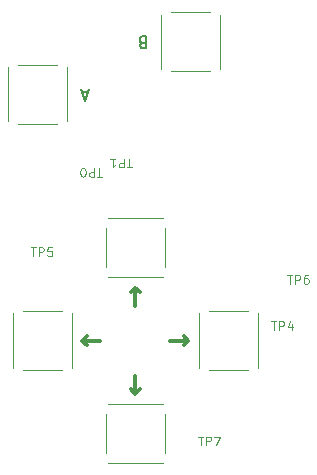
<source format=gto>
%TF.GenerationSoftware,KiCad,Pcbnew,(5.1.10)-1*%
%TF.CreationDate,2021-06-21T12:52:34-07:00*%
%TF.ProjectId,tactileAGB,74616374-696c-4654-9147-422e6b696361,1.0*%
%TF.SameCoordinates,Original*%
%TF.FileFunction,Legend,Top*%
%TF.FilePolarity,Positive*%
%FSLAX46Y46*%
G04 Gerber Fmt 4.6, Leading zero omitted, Abs format (unit mm)*
G04 Created by KiCad (PCBNEW (5.1.10)-1) date 2021-06-21 12:52:34*
%MOMM*%
%LPD*%
G01*
G04 APERTURE LIST*
%ADD10C,0.120000*%
%ADD11C,0.150000*%
%ADD12C,0.300000*%
%ADD13C,0.112500*%
G04 APERTURE END LIST*
D10*
%TO.C,A*%
X62932502Y-37849810D02*
X66232502Y-37849810D01*
X67082502Y-37649810D02*
X67082502Y-33049810D01*
X66232502Y-32849810D02*
X62932502Y-32849810D01*
X62082502Y-33049810D02*
X62082502Y-37649810D01*
%TO.C,B*%
X79165793Y-28414962D02*
X75865793Y-28414962D01*
X75015793Y-28614962D02*
X75015793Y-33214962D01*
X75865793Y-33414962D02*
X79165793Y-33414962D01*
X80015793Y-33214962D02*
X80015793Y-28614962D01*
%TO.C,\u2191*%
X70347007Y-62423175D02*
X70347007Y-65723175D01*
X70547007Y-66573175D02*
X75147007Y-66573175D01*
X75347007Y-65723175D02*
X75347007Y-62423175D01*
X75147007Y-61573175D02*
X70547007Y-61573175D01*
X66629507Y-53705675D02*
X63329507Y-53705675D01*
X62479507Y-53905675D02*
X62479507Y-58505675D01*
X63329507Y-58705675D02*
X66629507Y-58705675D01*
X67479507Y-58505675D02*
X67479507Y-53905675D01*
X79064507Y-58705675D02*
X82364507Y-58705675D01*
X83214507Y-58505675D02*
X83214507Y-53905675D01*
X82364507Y-53705675D02*
X79064507Y-53705675D01*
X78214507Y-53905675D02*
X78214507Y-58505675D01*
X75347007Y-49988175D02*
X75347007Y-46688175D01*
X75147007Y-45838175D02*
X70547007Y-45838175D01*
X70347007Y-46688175D02*
X70347007Y-49988175D01*
X70547007Y-50838175D02*
X75147007Y-50838175D01*
%TO.C,A*%
D11*
X68820597Y-35183143D02*
X68344406Y-35183143D01*
X68915835Y-34897429D02*
X68582502Y-35897429D01*
X68249168Y-34897429D01*
%TO.C,B*%
X73444364Y-30986390D02*
X73301507Y-30938771D01*
X73253888Y-30891152D01*
X73206269Y-30795914D01*
X73206269Y-30653057D01*
X73253888Y-30557819D01*
X73301507Y-30510200D01*
X73396745Y-30462581D01*
X73777697Y-30462581D01*
X73777697Y-31462581D01*
X73444364Y-31462581D01*
X73349126Y-31414962D01*
X73301507Y-31367342D01*
X73253888Y-31272104D01*
X73253888Y-31176866D01*
X73301507Y-31081628D01*
X73349126Y-31034009D01*
X73444364Y-30986390D01*
X73777697Y-30986390D01*
%TO.C,\u2191*%
D12*
X72847007Y-59168413D02*
X72847007Y-60692222D01*
X73227959Y-60311270D02*
X72847007Y-60692222D01*
X72466054Y-60311270D01*
X69884268Y-56205675D02*
X68360459Y-56205675D01*
X68741411Y-56586627D02*
X68360459Y-56205675D01*
X68741411Y-55824722D01*
X75809745Y-56205675D02*
X77333554Y-56205675D01*
X76952602Y-55824722D02*
X77333554Y-56205675D01*
X76952602Y-56586627D01*
%TO.C,TP0*%
D13*
X70016428Y-42340714D02*
X69587857Y-42340714D01*
X69802142Y-41590714D02*
X69802142Y-42340714D01*
X69337857Y-41590714D02*
X69337857Y-42340714D01*
X69052142Y-42340714D01*
X68980714Y-42305000D01*
X68945000Y-42269285D01*
X68909285Y-42197857D01*
X68909285Y-42090714D01*
X68945000Y-42019285D01*
X68980714Y-41983571D01*
X69052142Y-41947857D01*
X69337857Y-41947857D01*
X68445000Y-42340714D02*
X68373571Y-42340714D01*
X68302142Y-42305000D01*
X68266428Y-42269285D01*
X68230714Y-42197857D01*
X68195000Y-42055000D01*
X68195000Y-41876428D01*
X68230714Y-41733571D01*
X68266428Y-41662142D01*
X68302142Y-41626428D01*
X68373571Y-41590714D01*
X68445000Y-41590714D01*
X68516428Y-41626428D01*
X68552142Y-41662142D01*
X68587857Y-41733571D01*
X68623571Y-41876428D01*
X68623571Y-42055000D01*
X68587857Y-42197857D01*
X68552142Y-42269285D01*
X68516428Y-42305000D01*
X68445000Y-42340714D01*
%TO.C,TP1*%
X72546428Y-41550714D02*
X72117857Y-41550714D01*
X72332142Y-40800714D02*
X72332142Y-41550714D01*
X71867857Y-40800714D02*
X71867857Y-41550714D01*
X71582142Y-41550714D01*
X71510714Y-41515000D01*
X71475000Y-41479285D01*
X71439285Y-41407857D01*
X71439285Y-41300714D01*
X71475000Y-41229285D01*
X71510714Y-41193571D01*
X71582142Y-41157857D01*
X71867857Y-41157857D01*
X70725000Y-40800714D02*
X71153571Y-40800714D01*
X70939285Y-40800714D02*
X70939285Y-41550714D01*
X71010714Y-41443571D01*
X71082142Y-41372142D01*
X71153571Y-41336428D01*
%TO.C,TP4*%
X84343571Y-54569285D02*
X84772142Y-54569285D01*
X84557857Y-55319285D02*
X84557857Y-54569285D01*
X85022142Y-55319285D02*
X85022142Y-54569285D01*
X85307857Y-54569285D01*
X85379285Y-54605000D01*
X85415000Y-54640714D01*
X85450714Y-54712142D01*
X85450714Y-54819285D01*
X85415000Y-54890714D01*
X85379285Y-54926428D01*
X85307857Y-54962142D01*
X85022142Y-54962142D01*
X86093571Y-54819285D02*
X86093571Y-55319285D01*
X85915000Y-54533571D02*
X85736428Y-55069285D01*
X86200714Y-55069285D01*
%TO.C,TP5*%
X63993571Y-48309285D02*
X64422142Y-48309285D01*
X64207857Y-49059285D02*
X64207857Y-48309285D01*
X64672142Y-49059285D02*
X64672142Y-48309285D01*
X64957857Y-48309285D01*
X65029285Y-48345000D01*
X65065000Y-48380714D01*
X65100714Y-48452142D01*
X65100714Y-48559285D01*
X65065000Y-48630714D01*
X65029285Y-48666428D01*
X64957857Y-48702142D01*
X64672142Y-48702142D01*
X65779285Y-48309285D02*
X65422142Y-48309285D01*
X65386428Y-48666428D01*
X65422142Y-48630714D01*
X65493571Y-48595000D01*
X65672142Y-48595000D01*
X65743571Y-48630714D01*
X65779285Y-48666428D01*
X65815000Y-48737857D01*
X65815000Y-48916428D01*
X65779285Y-48987857D01*
X65743571Y-49023571D01*
X65672142Y-49059285D01*
X65493571Y-49059285D01*
X65422142Y-49023571D01*
X65386428Y-48987857D01*
%TO.C,TP6*%
X85693571Y-50649285D02*
X86122142Y-50649285D01*
X85907857Y-51399285D02*
X85907857Y-50649285D01*
X86372142Y-51399285D02*
X86372142Y-50649285D01*
X86657857Y-50649285D01*
X86729285Y-50685000D01*
X86765000Y-50720714D01*
X86800714Y-50792142D01*
X86800714Y-50899285D01*
X86765000Y-50970714D01*
X86729285Y-51006428D01*
X86657857Y-51042142D01*
X86372142Y-51042142D01*
X87443571Y-50649285D02*
X87300714Y-50649285D01*
X87229285Y-50685000D01*
X87193571Y-50720714D01*
X87122142Y-50827857D01*
X87086428Y-50970714D01*
X87086428Y-51256428D01*
X87122142Y-51327857D01*
X87157857Y-51363571D01*
X87229285Y-51399285D01*
X87372142Y-51399285D01*
X87443571Y-51363571D01*
X87479285Y-51327857D01*
X87515000Y-51256428D01*
X87515000Y-51077857D01*
X87479285Y-51006428D01*
X87443571Y-50970714D01*
X87372142Y-50935000D01*
X87229285Y-50935000D01*
X87157857Y-50970714D01*
X87122142Y-51006428D01*
X87086428Y-51077857D01*
%TO.C,TP7*%
X78163571Y-64339285D02*
X78592142Y-64339285D01*
X78377857Y-65089285D02*
X78377857Y-64339285D01*
X78842142Y-65089285D02*
X78842142Y-64339285D01*
X79127857Y-64339285D01*
X79199285Y-64375000D01*
X79235000Y-64410714D01*
X79270714Y-64482142D01*
X79270714Y-64589285D01*
X79235000Y-64660714D01*
X79199285Y-64696428D01*
X79127857Y-64732142D01*
X78842142Y-64732142D01*
X79520714Y-64339285D02*
X80020714Y-64339285D01*
X79699285Y-65089285D01*
%TO.C,\u2191*%
D12*
X72847007Y-53242936D02*
X72847007Y-51719127D01*
X72466054Y-52100079D02*
X72847007Y-51719127D01*
X73227959Y-52100079D01*
%TD*%
M02*

</source>
